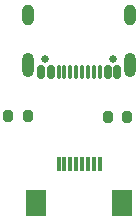
<source format=gbr>
%TF.GenerationSoftware,KiCad,Pcbnew,9.0.0*%
%TF.CreationDate,2025-06-21T10:21:25-05:00*%
%TF.ProjectId,SDC_USB_Breakout,5344435f-5553-4425-9f42-7265616b6f75,rev?*%
%TF.SameCoordinates,Original*%
%TF.FileFunction,Soldermask,Top*%
%TF.FilePolarity,Negative*%
%FSLAX46Y46*%
G04 Gerber Fmt 4.6, Leading zero omitted, Abs format (unit mm)*
G04 Created by KiCad (PCBNEW 9.0.0) date 2025-06-21 10:21:25*
%MOMM*%
%LPD*%
G01*
G04 APERTURE LIST*
G04 Aperture macros list*
%AMRoundRect*
0 Rectangle with rounded corners*
0 $1 Rounding radius*
0 $2 $3 $4 $5 $6 $7 $8 $9 X,Y pos of 4 corners*
0 Add a 4 corners polygon primitive as box body*
4,1,4,$2,$3,$4,$5,$6,$7,$8,$9,$2,$3,0*
0 Add four circle primitives for the rounded corners*
1,1,$1+$1,$2,$3*
1,1,$1+$1,$4,$5*
1,1,$1+$1,$6,$7*
1,1,$1+$1,$8,$9*
0 Add four rect primitives between the rounded corners*
20,1,$1+$1,$2,$3,$4,$5,0*
20,1,$1+$1,$4,$5,$6,$7,0*
20,1,$1+$1,$6,$7,$8,$9,0*
20,1,$1+$1,$8,$9,$2,$3,0*%
G04 Aperture macros list end*
%ADD10RoundRect,0.200000X-0.200000X-0.275000X0.200000X-0.275000X0.200000X0.275000X-0.200000X0.275000X0*%
%ADD11R,0.300000X1.300000*%
%ADD12R,1.800000X2.200000*%
%ADD13C,0.650000*%
%ADD14RoundRect,0.150000X0.150000X0.425000X-0.150000X0.425000X-0.150000X-0.425000X0.150000X-0.425000X0*%
%ADD15RoundRect,0.075000X0.075000X0.500000X-0.075000X0.500000X-0.075000X-0.500000X0.075000X-0.500000X0*%
%ADD16O,1.000000X2.100000*%
%ADD17O,1.000000X1.800000*%
%ADD18RoundRect,0.200000X0.200000X0.275000X-0.200000X0.275000X-0.200000X-0.275000X0.200000X-0.275000X0*%
G04 APERTURE END LIST*
D10*
%TO.C,R1*%
X113725000Y-42065686D03*
X115375000Y-42065686D03*
%TD*%
D11*
%TO.C,J1*%
X109550001Y-46100000D03*
X110050000Y-46100000D03*
X110549999Y-46100000D03*
X111050000Y-46100000D03*
X111550000Y-46100000D03*
X112050001Y-46100000D03*
X112550000Y-46100000D03*
X113049999Y-46100000D03*
D12*
X107650000Y-49350000D03*
X114950000Y-49350000D03*
%TD*%
D13*
%TO.C,J2*%
X114190000Y-37170686D03*
X108410000Y-37170686D03*
D14*
X114500000Y-38245686D03*
X113700000Y-38245686D03*
D15*
X112550000Y-38245685D03*
X111550000Y-38245686D03*
X111050000Y-38245686D03*
X110050000Y-38245685D03*
D14*
X108900000Y-38245686D03*
X108100000Y-38245686D03*
X108100000Y-38245686D03*
X108900000Y-38245686D03*
D15*
X109550000Y-38245686D03*
X110550000Y-38245686D03*
X112050000Y-38245686D03*
X113050000Y-38245686D03*
D14*
X113700000Y-38245686D03*
X114500000Y-38245686D03*
D16*
X115620000Y-37670686D03*
D17*
X115620000Y-33490686D03*
D16*
X106980000Y-37670686D03*
D17*
X106980000Y-33490686D03*
%TD*%
D18*
%TO.C,R2*%
X106925000Y-42000000D03*
X105275000Y-42000000D03*
%TD*%
M02*

</source>
